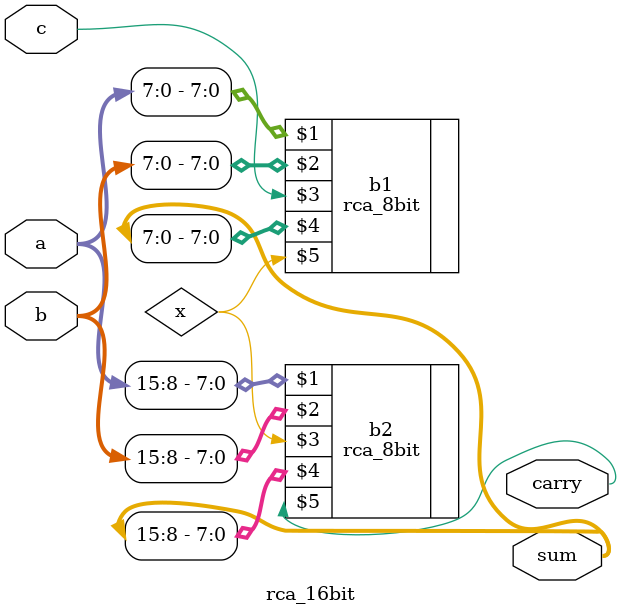
<source format=v>
`timescale 1ns / 1ps


module rca_16bit(
    input  signed [15:0] a,
    input  signed [15:0] b,
    input  c,
    output signed [15:0] sum,
    output carry
);
    wire x;

    rca_8bit b1(a[7:0], b[7:0], c,     sum[7:0],  x);
    rca_8bit b2(a[15:8], b[15:8], x,   sum[15:8], carry);

endmodule
</source>
